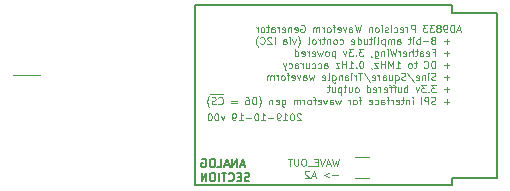
<source format=gbo>
G04 #@! TF.GenerationSoftware,KiCad,Pcbnew,(5.0.0-rc2-dev-444-g2974a2c10)*
G04 #@! TF.CreationDate,2019-10-20T12:44:52-07:00*
G04 #@! TF.ProjectId,Waveform_Gen_ADSR,57617665666F726D5F47656E5F414453,v00*
G04 #@! TF.SameCoordinates,Original*
G04 #@! TF.FileFunction,Legend,Bot*
G04 #@! TF.FilePolarity,Positive*
%FSLAX46Y46*%
G04 Gerber Fmt 4.6, Leading zero omitted, Abs format (unit mm)*
G04 Created by KiCad (PCBNEW (5.0.0-rc2-dev-444-g2974a2c10)) date 10/20/19 12:44:52*
%MOMM*%
%LPD*%
G01*
G04 APERTURE LIST*
%ADD10C,0.200000*%
%ADD11C,0.120000*%
%ADD12C,0.140000*%
%ADD13C,0.100000*%
G04 APERTURE END LIST*
D10*
X119888000Y-114300000D02*
X123190000Y-114300000D01*
X141605000Y-99695000D02*
X141605000Y-99060000D01*
X145415000Y-99695000D02*
X141605000Y-99695000D01*
X141605000Y-113665000D02*
X145415000Y-113665000D01*
X141605000Y-114300000D02*
X141605000Y-113665000D01*
D11*
X132016285Y-112041428D02*
X131873428Y-112641428D01*
X131759142Y-112212857D01*
X131644857Y-112641428D01*
X131502000Y-112041428D01*
X131302000Y-112470000D02*
X131016285Y-112470000D01*
X131359142Y-112641428D02*
X131159142Y-112041428D01*
X130959142Y-112641428D01*
X130844857Y-112041428D02*
X130644857Y-112641428D01*
X130444857Y-112041428D01*
X130244857Y-112327142D02*
X130044857Y-112327142D01*
X129959142Y-112641428D02*
X130244857Y-112641428D01*
X130244857Y-112041428D01*
X129959142Y-112041428D01*
X129844857Y-112698571D02*
X129387714Y-112698571D01*
X129130571Y-112041428D02*
X129016285Y-112041428D01*
X128959142Y-112070000D01*
X128902000Y-112127142D01*
X128873428Y-112241428D01*
X128873428Y-112441428D01*
X128902000Y-112555714D01*
X128959142Y-112612857D01*
X129016285Y-112641428D01*
X129130571Y-112641428D01*
X129187714Y-112612857D01*
X129244857Y-112555714D01*
X129273428Y-112441428D01*
X129273428Y-112241428D01*
X129244857Y-112127142D01*
X129187714Y-112070000D01*
X129130571Y-112041428D01*
X128616285Y-112041428D02*
X128616285Y-112527142D01*
X128587714Y-112584285D01*
X128559142Y-112612857D01*
X128502000Y-112641428D01*
X128387714Y-112641428D01*
X128330571Y-112612857D01*
X128302000Y-112584285D01*
X128273428Y-112527142D01*
X128273428Y-112041428D01*
X128073428Y-112041428D02*
X127730571Y-112041428D01*
X127902000Y-112641428D02*
X127902000Y-112041428D01*
X131959142Y-113432857D02*
X131502000Y-113432857D01*
X131216285Y-113261428D02*
X130759142Y-113432857D01*
X131216285Y-113604285D01*
X130044857Y-113490000D02*
X129759142Y-113490000D01*
X130102000Y-113661428D02*
X129902000Y-113061428D01*
X129702000Y-113661428D01*
X129530571Y-113118571D02*
X129502000Y-113090000D01*
X129444857Y-113061428D01*
X129302000Y-113061428D01*
X129244857Y-113090000D01*
X129216285Y-113118571D01*
X129187714Y-113175714D01*
X129187714Y-113232857D01*
X129216285Y-113318571D01*
X129559142Y-113661428D01*
X129187714Y-113661428D01*
X142337714Y-101150000D02*
X142052000Y-101150000D01*
X142394857Y-101321428D02*
X142194857Y-100721428D01*
X141994857Y-101321428D01*
X141794857Y-101321428D02*
X141794857Y-100721428D01*
X141652000Y-100721428D01*
X141566285Y-100750000D01*
X141509142Y-100807142D01*
X141480571Y-100864285D01*
X141452000Y-100978571D01*
X141452000Y-101064285D01*
X141480571Y-101178571D01*
X141509142Y-101235714D01*
X141566285Y-101292857D01*
X141652000Y-101321428D01*
X141794857Y-101321428D01*
X141166285Y-101321428D02*
X141052000Y-101321428D01*
X140994857Y-101292857D01*
X140966285Y-101264285D01*
X140909142Y-101178571D01*
X140880571Y-101064285D01*
X140880571Y-100835714D01*
X140909142Y-100778571D01*
X140937714Y-100750000D01*
X140994857Y-100721428D01*
X141109142Y-100721428D01*
X141166285Y-100750000D01*
X141194857Y-100778571D01*
X141223428Y-100835714D01*
X141223428Y-100978571D01*
X141194857Y-101035714D01*
X141166285Y-101064285D01*
X141109142Y-101092857D01*
X140994857Y-101092857D01*
X140937714Y-101064285D01*
X140909142Y-101035714D01*
X140880571Y-100978571D01*
X140537714Y-100978571D02*
X140594857Y-100950000D01*
X140623428Y-100921428D01*
X140652000Y-100864285D01*
X140652000Y-100835714D01*
X140623428Y-100778571D01*
X140594857Y-100750000D01*
X140537714Y-100721428D01*
X140423428Y-100721428D01*
X140366285Y-100750000D01*
X140337714Y-100778571D01*
X140309142Y-100835714D01*
X140309142Y-100864285D01*
X140337714Y-100921428D01*
X140366285Y-100950000D01*
X140423428Y-100978571D01*
X140537714Y-100978571D01*
X140594857Y-101007142D01*
X140623428Y-101035714D01*
X140652000Y-101092857D01*
X140652000Y-101207142D01*
X140623428Y-101264285D01*
X140594857Y-101292857D01*
X140537714Y-101321428D01*
X140423428Y-101321428D01*
X140366285Y-101292857D01*
X140337714Y-101264285D01*
X140309142Y-101207142D01*
X140309142Y-101092857D01*
X140337714Y-101035714D01*
X140366285Y-101007142D01*
X140423428Y-100978571D01*
X140109142Y-100721428D02*
X139737714Y-100721428D01*
X139937714Y-100950000D01*
X139852000Y-100950000D01*
X139794857Y-100978571D01*
X139766285Y-101007142D01*
X139737714Y-101064285D01*
X139737714Y-101207142D01*
X139766285Y-101264285D01*
X139794857Y-101292857D01*
X139852000Y-101321428D01*
X140023428Y-101321428D01*
X140080571Y-101292857D01*
X140109142Y-101264285D01*
X139537714Y-100721428D02*
X139166285Y-100721428D01*
X139366285Y-100950000D01*
X139280571Y-100950000D01*
X139223428Y-100978571D01*
X139194857Y-101007142D01*
X139166285Y-101064285D01*
X139166285Y-101207142D01*
X139194857Y-101264285D01*
X139223428Y-101292857D01*
X139280571Y-101321428D01*
X139452000Y-101321428D01*
X139509142Y-101292857D01*
X139537714Y-101264285D01*
X138452000Y-101321428D02*
X138452000Y-100721428D01*
X138223428Y-100721428D01*
X138166285Y-100750000D01*
X138137714Y-100778571D01*
X138109142Y-100835714D01*
X138109142Y-100921428D01*
X138137714Y-100978571D01*
X138166285Y-101007142D01*
X138223428Y-101035714D01*
X138452000Y-101035714D01*
X137852000Y-101321428D02*
X137852000Y-100921428D01*
X137852000Y-101035714D02*
X137823428Y-100978571D01*
X137794857Y-100950000D01*
X137737714Y-100921428D01*
X137680571Y-100921428D01*
X137252000Y-101292857D02*
X137309142Y-101321428D01*
X137423428Y-101321428D01*
X137480571Y-101292857D01*
X137509142Y-101235714D01*
X137509142Y-101007142D01*
X137480571Y-100950000D01*
X137423428Y-100921428D01*
X137309142Y-100921428D01*
X137252000Y-100950000D01*
X137223428Y-101007142D01*
X137223428Y-101064285D01*
X137509142Y-101121428D01*
X136709142Y-101292857D02*
X136766285Y-101321428D01*
X136880571Y-101321428D01*
X136937714Y-101292857D01*
X136966285Y-101264285D01*
X136994857Y-101207142D01*
X136994857Y-101035714D01*
X136966285Y-100978571D01*
X136937714Y-100950000D01*
X136880571Y-100921428D01*
X136766285Y-100921428D01*
X136709142Y-100950000D01*
X136452000Y-101321428D02*
X136452000Y-100921428D01*
X136452000Y-100721428D02*
X136480571Y-100750000D01*
X136452000Y-100778571D01*
X136423428Y-100750000D01*
X136452000Y-100721428D01*
X136452000Y-100778571D01*
X136194857Y-101292857D02*
X136137714Y-101321428D01*
X136023428Y-101321428D01*
X135966285Y-101292857D01*
X135937714Y-101235714D01*
X135937714Y-101207142D01*
X135966285Y-101150000D01*
X136023428Y-101121428D01*
X136109142Y-101121428D01*
X136166285Y-101092857D01*
X136194857Y-101035714D01*
X136194857Y-101007142D01*
X136166285Y-100950000D01*
X136109142Y-100921428D01*
X136023428Y-100921428D01*
X135966285Y-100950000D01*
X135680571Y-101321428D02*
X135680571Y-100921428D01*
X135680571Y-100721428D02*
X135709142Y-100750000D01*
X135680571Y-100778571D01*
X135652000Y-100750000D01*
X135680571Y-100721428D01*
X135680571Y-100778571D01*
X135309142Y-101321428D02*
X135366285Y-101292857D01*
X135394857Y-101264285D01*
X135423428Y-101207142D01*
X135423428Y-101035714D01*
X135394857Y-100978571D01*
X135366285Y-100950000D01*
X135309142Y-100921428D01*
X135223428Y-100921428D01*
X135166285Y-100950000D01*
X135137714Y-100978571D01*
X135109142Y-101035714D01*
X135109142Y-101207142D01*
X135137714Y-101264285D01*
X135166285Y-101292857D01*
X135223428Y-101321428D01*
X135309142Y-101321428D01*
X134852000Y-100921428D02*
X134852000Y-101321428D01*
X134852000Y-100978571D02*
X134823428Y-100950000D01*
X134766285Y-100921428D01*
X134680571Y-100921428D01*
X134623428Y-100950000D01*
X134594857Y-101007142D01*
X134594857Y-101321428D01*
X133909142Y-100721428D02*
X133766285Y-101321428D01*
X133652000Y-100892857D01*
X133537714Y-101321428D01*
X133394857Y-100721428D01*
X132909142Y-101321428D02*
X132909142Y-101007142D01*
X132937714Y-100950000D01*
X132994857Y-100921428D01*
X133109142Y-100921428D01*
X133166285Y-100950000D01*
X132909142Y-101292857D02*
X132966285Y-101321428D01*
X133109142Y-101321428D01*
X133166285Y-101292857D01*
X133194857Y-101235714D01*
X133194857Y-101178571D01*
X133166285Y-101121428D01*
X133109142Y-101092857D01*
X132966285Y-101092857D01*
X132909142Y-101064285D01*
X132680571Y-100921428D02*
X132537714Y-101321428D01*
X132394857Y-100921428D01*
X131937714Y-101292857D02*
X131994857Y-101321428D01*
X132109142Y-101321428D01*
X132166285Y-101292857D01*
X132194857Y-101235714D01*
X132194857Y-101007142D01*
X132166285Y-100950000D01*
X132109142Y-100921428D01*
X131994857Y-100921428D01*
X131937714Y-100950000D01*
X131909142Y-101007142D01*
X131909142Y-101064285D01*
X132194857Y-101121428D01*
X131737714Y-100921428D02*
X131509142Y-100921428D01*
X131652000Y-101321428D02*
X131652000Y-100807142D01*
X131623428Y-100750000D01*
X131566285Y-100721428D01*
X131509142Y-100721428D01*
X131223428Y-101321428D02*
X131280571Y-101292857D01*
X131309142Y-101264285D01*
X131337714Y-101207142D01*
X131337714Y-101035714D01*
X131309142Y-100978571D01*
X131280571Y-100950000D01*
X131223428Y-100921428D01*
X131137714Y-100921428D01*
X131080571Y-100950000D01*
X131052000Y-100978571D01*
X131023428Y-101035714D01*
X131023428Y-101207142D01*
X131052000Y-101264285D01*
X131080571Y-101292857D01*
X131137714Y-101321428D01*
X131223428Y-101321428D01*
X130766285Y-101321428D02*
X130766285Y-100921428D01*
X130766285Y-101035714D02*
X130737714Y-100978571D01*
X130709142Y-100950000D01*
X130652000Y-100921428D01*
X130594857Y-100921428D01*
X130394857Y-101321428D02*
X130394857Y-100921428D01*
X130394857Y-100978571D02*
X130366285Y-100950000D01*
X130309142Y-100921428D01*
X130223428Y-100921428D01*
X130166285Y-100950000D01*
X130137714Y-101007142D01*
X130137714Y-101321428D01*
X130137714Y-101007142D02*
X130109142Y-100950000D01*
X130052000Y-100921428D01*
X129966285Y-100921428D01*
X129909142Y-100950000D01*
X129880571Y-101007142D01*
X129880571Y-101321428D01*
X128823428Y-100750000D02*
X128880571Y-100721428D01*
X128966285Y-100721428D01*
X129052000Y-100750000D01*
X129109142Y-100807142D01*
X129137714Y-100864285D01*
X129166285Y-100978571D01*
X129166285Y-101064285D01*
X129137714Y-101178571D01*
X129109142Y-101235714D01*
X129052000Y-101292857D01*
X128966285Y-101321428D01*
X128909142Y-101321428D01*
X128823428Y-101292857D01*
X128794857Y-101264285D01*
X128794857Y-101064285D01*
X128909142Y-101064285D01*
X128309142Y-101292857D02*
X128366285Y-101321428D01*
X128480571Y-101321428D01*
X128537714Y-101292857D01*
X128566285Y-101235714D01*
X128566285Y-101007142D01*
X128537714Y-100950000D01*
X128480571Y-100921428D01*
X128366285Y-100921428D01*
X128309142Y-100950000D01*
X128280571Y-101007142D01*
X128280571Y-101064285D01*
X128566285Y-101121428D01*
X128023428Y-100921428D02*
X128023428Y-101321428D01*
X128023428Y-100978571D02*
X127994857Y-100950000D01*
X127937714Y-100921428D01*
X127852000Y-100921428D01*
X127794857Y-100950000D01*
X127766285Y-101007142D01*
X127766285Y-101321428D01*
X127252000Y-101292857D02*
X127309142Y-101321428D01*
X127423428Y-101321428D01*
X127480571Y-101292857D01*
X127509142Y-101235714D01*
X127509142Y-101007142D01*
X127480571Y-100950000D01*
X127423428Y-100921428D01*
X127309142Y-100921428D01*
X127252000Y-100950000D01*
X127223428Y-101007142D01*
X127223428Y-101064285D01*
X127509142Y-101121428D01*
X126966285Y-101321428D02*
X126966285Y-100921428D01*
X126966285Y-101035714D02*
X126937714Y-100978571D01*
X126909142Y-100950000D01*
X126852000Y-100921428D01*
X126794857Y-100921428D01*
X126337714Y-101321428D02*
X126337714Y-101007142D01*
X126366285Y-100950000D01*
X126423428Y-100921428D01*
X126537714Y-100921428D01*
X126594857Y-100950000D01*
X126337714Y-101292857D02*
X126394857Y-101321428D01*
X126537714Y-101321428D01*
X126594857Y-101292857D01*
X126623428Y-101235714D01*
X126623428Y-101178571D01*
X126594857Y-101121428D01*
X126537714Y-101092857D01*
X126394857Y-101092857D01*
X126337714Y-101064285D01*
X126137714Y-100921428D02*
X125909142Y-100921428D01*
X126052000Y-100721428D02*
X126052000Y-101235714D01*
X126023428Y-101292857D01*
X125966285Y-101321428D01*
X125909142Y-101321428D01*
X125623428Y-101321428D02*
X125680571Y-101292857D01*
X125709142Y-101264285D01*
X125737714Y-101207142D01*
X125737714Y-101035714D01*
X125709142Y-100978571D01*
X125680571Y-100950000D01*
X125623428Y-100921428D01*
X125537714Y-100921428D01*
X125480571Y-100950000D01*
X125452000Y-100978571D01*
X125423428Y-101035714D01*
X125423428Y-101207142D01*
X125452000Y-101264285D01*
X125480571Y-101292857D01*
X125537714Y-101321428D01*
X125623428Y-101321428D01*
X125166285Y-101321428D02*
X125166285Y-100921428D01*
X125166285Y-101035714D02*
X125137714Y-100978571D01*
X125109142Y-100950000D01*
X125052000Y-100921428D01*
X124994857Y-100921428D01*
X141394857Y-102112857D02*
X140937714Y-102112857D01*
X141166285Y-102341428D02*
X141166285Y-101884285D01*
X140109142Y-101998571D02*
X140166285Y-101970000D01*
X140194857Y-101941428D01*
X140223428Y-101884285D01*
X140223428Y-101855714D01*
X140194857Y-101798571D01*
X140166285Y-101770000D01*
X140109142Y-101741428D01*
X139994857Y-101741428D01*
X139937714Y-101770000D01*
X139909142Y-101798571D01*
X139880571Y-101855714D01*
X139880571Y-101884285D01*
X139909142Y-101941428D01*
X139937714Y-101970000D01*
X139994857Y-101998571D01*
X140109142Y-101998571D01*
X140166285Y-102027142D01*
X140194857Y-102055714D01*
X140223428Y-102112857D01*
X140223428Y-102227142D01*
X140194857Y-102284285D01*
X140166285Y-102312857D01*
X140109142Y-102341428D01*
X139994857Y-102341428D01*
X139937714Y-102312857D01*
X139909142Y-102284285D01*
X139880571Y-102227142D01*
X139880571Y-102112857D01*
X139909142Y-102055714D01*
X139937714Y-102027142D01*
X139994857Y-101998571D01*
X139623428Y-102112857D02*
X139166285Y-102112857D01*
X138880571Y-102341428D02*
X138880571Y-101741428D01*
X138880571Y-101970000D02*
X138823428Y-101941428D01*
X138709142Y-101941428D01*
X138652000Y-101970000D01*
X138623428Y-101998571D01*
X138594857Y-102055714D01*
X138594857Y-102227142D01*
X138623428Y-102284285D01*
X138652000Y-102312857D01*
X138709142Y-102341428D01*
X138823428Y-102341428D01*
X138880571Y-102312857D01*
X138337714Y-102341428D02*
X138337714Y-101941428D01*
X138337714Y-101741428D02*
X138366285Y-101770000D01*
X138337714Y-101798571D01*
X138309142Y-101770000D01*
X138337714Y-101741428D01*
X138337714Y-101798571D01*
X138137714Y-101941428D02*
X137909142Y-101941428D01*
X138052000Y-101741428D02*
X138052000Y-102255714D01*
X138023428Y-102312857D01*
X137966285Y-102341428D01*
X137909142Y-102341428D01*
X136994857Y-102341428D02*
X136994857Y-102027142D01*
X137023428Y-101970000D01*
X137080571Y-101941428D01*
X137194857Y-101941428D01*
X137252000Y-101970000D01*
X136994857Y-102312857D02*
X137052000Y-102341428D01*
X137194857Y-102341428D01*
X137252000Y-102312857D01*
X137280571Y-102255714D01*
X137280571Y-102198571D01*
X137252000Y-102141428D01*
X137194857Y-102112857D01*
X137052000Y-102112857D01*
X136994857Y-102084285D01*
X136709142Y-102341428D02*
X136709142Y-101941428D01*
X136709142Y-101998571D02*
X136680571Y-101970000D01*
X136623428Y-101941428D01*
X136537714Y-101941428D01*
X136480571Y-101970000D01*
X136452000Y-102027142D01*
X136452000Y-102341428D01*
X136452000Y-102027142D02*
X136423428Y-101970000D01*
X136366285Y-101941428D01*
X136280571Y-101941428D01*
X136223428Y-101970000D01*
X136194857Y-102027142D01*
X136194857Y-102341428D01*
X135909142Y-101941428D02*
X135909142Y-102541428D01*
X135909142Y-101970000D02*
X135852000Y-101941428D01*
X135737714Y-101941428D01*
X135680571Y-101970000D01*
X135652000Y-101998571D01*
X135623428Y-102055714D01*
X135623428Y-102227142D01*
X135652000Y-102284285D01*
X135680571Y-102312857D01*
X135737714Y-102341428D01*
X135852000Y-102341428D01*
X135909142Y-102312857D01*
X135280571Y-102341428D02*
X135337714Y-102312857D01*
X135366285Y-102255714D01*
X135366285Y-101741428D01*
X135052000Y-102341428D02*
X135052000Y-101941428D01*
X135052000Y-101741428D02*
X135080571Y-101770000D01*
X135052000Y-101798571D01*
X135023428Y-101770000D01*
X135052000Y-101741428D01*
X135052000Y-101798571D01*
X134852000Y-101941428D02*
X134623428Y-101941428D01*
X134766285Y-101741428D02*
X134766285Y-102255714D01*
X134737714Y-102312857D01*
X134680571Y-102341428D01*
X134623428Y-102341428D01*
X134166285Y-101941428D02*
X134166285Y-102341428D01*
X134423428Y-101941428D02*
X134423428Y-102255714D01*
X134394857Y-102312857D01*
X134337714Y-102341428D01*
X134252000Y-102341428D01*
X134194857Y-102312857D01*
X134166285Y-102284285D01*
X133623428Y-102341428D02*
X133623428Y-101741428D01*
X133623428Y-102312857D02*
X133680571Y-102341428D01*
X133794857Y-102341428D01*
X133852000Y-102312857D01*
X133880571Y-102284285D01*
X133909142Y-102227142D01*
X133909142Y-102055714D01*
X133880571Y-101998571D01*
X133852000Y-101970000D01*
X133794857Y-101941428D01*
X133680571Y-101941428D01*
X133623428Y-101970000D01*
X133109142Y-102312857D02*
X133166285Y-102341428D01*
X133280571Y-102341428D01*
X133337714Y-102312857D01*
X133366285Y-102255714D01*
X133366285Y-102027142D01*
X133337714Y-101970000D01*
X133280571Y-101941428D01*
X133166285Y-101941428D01*
X133109142Y-101970000D01*
X133080571Y-102027142D01*
X133080571Y-102084285D01*
X133366285Y-102141428D01*
X132109142Y-102312857D02*
X132166285Y-102341428D01*
X132280571Y-102341428D01*
X132337714Y-102312857D01*
X132366285Y-102284285D01*
X132394857Y-102227142D01*
X132394857Y-102055714D01*
X132366285Y-101998571D01*
X132337714Y-101970000D01*
X132280571Y-101941428D01*
X132166285Y-101941428D01*
X132109142Y-101970000D01*
X131766285Y-102341428D02*
X131823428Y-102312857D01*
X131852000Y-102284285D01*
X131880571Y-102227142D01*
X131880571Y-102055714D01*
X131852000Y-101998571D01*
X131823428Y-101970000D01*
X131766285Y-101941428D01*
X131680571Y-101941428D01*
X131623428Y-101970000D01*
X131594857Y-101998571D01*
X131566285Y-102055714D01*
X131566285Y-102227142D01*
X131594857Y-102284285D01*
X131623428Y-102312857D01*
X131680571Y-102341428D01*
X131766285Y-102341428D01*
X131309142Y-101941428D02*
X131309142Y-102341428D01*
X131309142Y-101998571D02*
X131280571Y-101970000D01*
X131223428Y-101941428D01*
X131137714Y-101941428D01*
X131080571Y-101970000D01*
X131052000Y-102027142D01*
X131052000Y-102341428D01*
X130852000Y-101941428D02*
X130623428Y-101941428D01*
X130766285Y-101741428D02*
X130766285Y-102255714D01*
X130737714Y-102312857D01*
X130680571Y-102341428D01*
X130623428Y-102341428D01*
X130423428Y-102341428D02*
X130423428Y-101941428D01*
X130423428Y-102055714D02*
X130394857Y-101998571D01*
X130366285Y-101970000D01*
X130309142Y-101941428D01*
X130252000Y-101941428D01*
X129966285Y-102341428D02*
X130023428Y-102312857D01*
X130052000Y-102284285D01*
X130080571Y-102227142D01*
X130080571Y-102055714D01*
X130052000Y-101998571D01*
X130023428Y-101970000D01*
X129966285Y-101941428D01*
X129880571Y-101941428D01*
X129823428Y-101970000D01*
X129794857Y-101998571D01*
X129766285Y-102055714D01*
X129766285Y-102227142D01*
X129794857Y-102284285D01*
X129823428Y-102312857D01*
X129880571Y-102341428D01*
X129966285Y-102341428D01*
X129423428Y-102341428D02*
X129480571Y-102312857D01*
X129509142Y-102255714D01*
X129509142Y-101741428D01*
X128566285Y-102570000D02*
X128594857Y-102541428D01*
X128652000Y-102455714D01*
X128680571Y-102398571D01*
X128709142Y-102312857D01*
X128737714Y-102170000D01*
X128737714Y-102055714D01*
X128709142Y-101912857D01*
X128680571Y-101827142D01*
X128652000Y-101770000D01*
X128594857Y-101684285D01*
X128566285Y-101655714D01*
X128394857Y-101941428D02*
X128252000Y-102341428D01*
X128109142Y-101941428D01*
X127880571Y-102341428D02*
X127880571Y-101941428D01*
X127880571Y-101741428D02*
X127909142Y-101770000D01*
X127880571Y-101798571D01*
X127852000Y-101770000D01*
X127880571Y-101741428D01*
X127880571Y-101798571D01*
X127337714Y-102341428D02*
X127337714Y-102027142D01*
X127366285Y-101970000D01*
X127423428Y-101941428D01*
X127537714Y-101941428D01*
X127594857Y-101970000D01*
X127337714Y-102312857D02*
X127394857Y-102341428D01*
X127537714Y-102341428D01*
X127594857Y-102312857D01*
X127623428Y-102255714D01*
X127623428Y-102198571D01*
X127594857Y-102141428D01*
X127537714Y-102112857D01*
X127394857Y-102112857D01*
X127337714Y-102084285D01*
X126594857Y-102341428D02*
X126594857Y-101741428D01*
X126337714Y-101798571D02*
X126309142Y-101770000D01*
X126252000Y-101741428D01*
X126109142Y-101741428D01*
X126052000Y-101770000D01*
X126023428Y-101798571D01*
X125994857Y-101855714D01*
X125994857Y-101912857D01*
X126023428Y-101998571D01*
X126366285Y-102341428D01*
X125994857Y-102341428D01*
X125394857Y-102284285D02*
X125423428Y-102312857D01*
X125509142Y-102341428D01*
X125566285Y-102341428D01*
X125652000Y-102312857D01*
X125709142Y-102255714D01*
X125737714Y-102198571D01*
X125766285Y-102084285D01*
X125766285Y-101998571D01*
X125737714Y-101884285D01*
X125709142Y-101827142D01*
X125652000Y-101770000D01*
X125566285Y-101741428D01*
X125509142Y-101741428D01*
X125423428Y-101770000D01*
X125394857Y-101798571D01*
X125194857Y-102570000D02*
X125166285Y-102541428D01*
X125109142Y-102455714D01*
X125080571Y-102398571D01*
X125052000Y-102312857D01*
X125023428Y-102170000D01*
X125023428Y-102055714D01*
X125052000Y-101912857D01*
X125080571Y-101827142D01*
X125109142Y-101770000D01*
X125166285Y-101684285D01*
X125194857Y-101655714D01*
X141394857Y-103132857D02*
X140937714Y-103132857D01*
X141166285Y-103361428D02*
X141166285Y-102904285D01*
X139994857Y-103047142D02*
X140194857Y-103047142D01*
X140194857Y-103361428D02*
X140194857Y-102761428D01*
X139909142Y-102761428D01*
X139452000Y-103332857D02*
X139509142Y-103361428D01*
X139623428Y-103361428D01*
X139680571Y-103332857D01*
X139709142Y-103275714D01*
X139709142Y-103047142D01*
X139680571Y-102990000D01*
X139623428Y-102961428D01*
X139509142Y-102961428D01*
X139452000Y-102990000D01*
X139423428Y-103047142D01*
X139423428Y-103104285D01*
X139709142Y-103161428D01*
X138909142Y-103361428D02*
X138909142Y-103047142D01*
X138937714Y-102990000D01*
X138994857Y-102961428D01*
X139109142Y-102961428D01*
X139166285Y-102990000D01*
X138909142Y-103332857D02*
X138966285Y-103361428D01*
X139109142Y-103361428D01*
X139166285Y-103332857D01*
X139194857Y-103275714D01*
X139194857Y-103218571D01*
X139166285Y-103161428D01*
X139109142Y-103132857D01*
X138966285Y-103132857D01*
X138909142Y-103104285D01*
X138709142Y-102961428D02*
X138480571Y-102961428D01*
X138623428Y-102761428D02*
X138623428Y-103275714D01*
X138594857Y-103332857D01*
X138537714Y-103361428D01*
X138480571Y-103361428D01*
X138280571Y-103361428D02*
X138280571Y-102761428D01*
X138023428Y-103361428D02*
X138023428Y-103047142D01*
X138052000Y-102990000D01*
X138109142Y-102961428D01*
X138194857Y-102961428D01*
X138252000Y-102990000D01*
X138280571Y-103018571D01*
X137509142Y-103332857D02*
X137566285Y-103361428D01*
X137680571Y-103361428D01*
X137737714Y-103332857D01*
X137766285Y-103275714D01*
X137766285Y-103047142D01*
X137737714Y-102990000D01*
X137680571Y-102961428D01*
X137566285Y-102961428D01*
X137509142Y-102990000D01*
X137480571Y-103047142D01*
X137480571Y-103104285D01*
X137766285Y-103161428D01*
X137223428Y-103361428D02*
X137223428Y-102961428D01*
X137223428Y-103075714D02*
X137194857Y-103018571D01*
X137166285Y-102990000D01*
X137109142Y-102961428D01*
X137052000Y-102961428D01*
X136909142Y-102761428D02*
X136766285Y-103361428D01*
X136652000Y-102932857D01*
X136537714Y-103361428D01*
X136394857Y-102761428D01*
X136166285Y-103361428D02*
X136166285Y-102961428D01*
X136166285Y-102761428D02*
X136194857Y-102790000D01*
X136166285Y-102818571D01*
X136137714Y-102790000D01*
X136166285Y-102761428D01*
X136166285Y-102818571D01*
X135880571Y-102961428D02*
X135880571Y-103361428D01*
X135880571Y-103018571D02*
X135852000Y-102990000D01*
X135794857Y-102961428D01*
X135709142Y-102961428D01*
X135652000Y-102990000D01*
X135623428Y-103047142D01*
X135623428Y-103361428D01*
X135080571Y-102961428D02*
X135080571Y-103447142D01*
X135109142Y-103504285D01*
X135137714Y-103532857D01*
X135194857Y-103561428D01*
X135280571Y-103561428D01*
X135337714Y-103532857D01*
X135080571Y-103332857D02*
X135137714Y-103361428D01*
X135252000Y-103361428D01*
X135309142Y-103332857D01*
X135337714Y-103304285D01*
X135366285Y-103247142D01*
X135366285Y-103075714D01*
X135337714Y-103018571D01*
X135309142Y-102990000D01*
X135252000Y-102961428D01*
X135137714Y-102961428D01*
X135080571Y-102990000D01*
X134766285Y-103332857D02*
X134766285Y-103361428D01*
X134794857Y-103418571D01*
X134823428Y-103447142D01*
X134109142Y-102761428D02*
X133737714Y-102761428D01*
X133937714Y-102990000D01*
X133852000Y-102990000D01*
X133794857Y-103018571D01*
X133766285Y-103047142D01*
X133737714Y-103104285D01*
X133737714Y-103247142D01*
X133766285Y-103304285D01*
X133794857Y-103332857D01*
X133852000Y-103361428D01*
X134023428Y-103361428D01*
X134080571Y-103332857D01*
X134109142Y-103304285D01*
X133480571Y-103304285D02*
X133452000Y-103332857D01*
X133480571Y-103361428D01*
X133509142Y-103332857D01*
X133480571Y-103304285D01*
X133480571Y-103361428D01*
X133252000Y-102761428D02*
X132880571Y-102761428D01*
X133080571Y-102990000D01*
X132994857Y-102990000D01*
X132937714Y-103018571D01*
X132909142Y-103047142D01*
X132880571Y-103104285D01*
X132880571Y-103247142D01*
X132909142Y-103304285D01*
X132937714Y-103332857D01*
X132994857Y-103361428D01*
X133166285Y-103361428D01*
X133223428Y-103332857D01*
X133252000Y-103304285D01*
X132680571Y-102961428D02*
X132537714Y-103361428D01*
X132394857Y-102961428D01*
X131709142Y-102961428D02*
X131709142Y-103561428D01*
X131709142Y-102990000D02*
X131652000Y-102961428D01*
X131537714Y-102961428D01*
X131480571Y-102990000D01*
X131452000Y-103018571D01*
X131423428Y-103075714D01*
X131423428Y-103247142D01*
X131452000Y-103304285D01*
X131480571Y-103332857D01*
X131537714Y-103361428D01*
X131652000Y-103361428D01*
X131709142Y-103332857D01*
X131080571Y-103361428D02*
X131137714Y-103332857D01*
X131166285Y-103304285D01*
X131194857Y-103247142D01*
X131194857Y-103075714D01*
X131166285Y-103018571D01*
X131137714Y-102990000D01*
X131080571Y-102961428D01*
X130994857Y-102961428D01*
X130937714Y-102990000D01*
X130909142Y-103018571D01*
X130880571Y-103075714D01*
X130880571Y-103247142D01*
X130909142Y-103304285D01*
X130937714Y-103332857D01*
X130994857Y-103361428D01*
X131080571Y-103361428D01*
X130680571Y-102961428D02*
X130566285Y-103361428D01*
X130452000Y-103075714D01*
X130337714Y-103361428D01*
X130223428Y-102961428D01*
X129766285Y-103332857D02*
X129823428Y-103361428D01*
X129937714Y-103361428D01*
X129994857Y-103332857D01*
X130023428Y-103275714D01*
X130023428Y-103047142D01*
X129994857Y-102990000D01*
X129937714Y-102961428D01*
X129823428Y-102961428D01*
X129766285Y-102990000D01*
X129737714Y-103047142D01*
X129737714Y-103104285D01*
X130023428Y-103161428D01*
X129480571Y-103361428D02*
X129480571Y-102961428D01*
X129480571Y-103075714D02*
X129452000Y-103018571D01*
X129423428Y-102990000D01*
X129366285Y-102961428D01*
X129309142Y-102961428D01*
X128880571Y-103332857D02*
X128937714Y-103361428D01*
X129052000Y-103361428D01*
X129109142Y-103332857D01*
X129137714Y-103275714D01*
X129137714Y-103047142D01*
X129109142Y-102990000D01*
X129052000Y-102961428D01*
X128937714Y-102961428D01*
X128880571Y-102990000D01*
X128852000Y-103047142D01*
X128852000Y-103104285D01*
X129137714Y-103161428D01*
X128337714Y-103361428D02*
X128337714Y-102761428D01*
X128337714Y-103332857D02*
X128394857Y-103361428D01*
X128509142Y-103361428D01*
X128566285Y-103332857D01*
X128594857Y-103304285D01*
X128623428Y-103247142D01*
X128623428Y-103075714D01*
X128594857Y-103018571D01*
X128566285Y-102990000D01*
X128509142Y-102961428D01*
X128394857Y-102961428D01*
X128337714Y-102990000D01*
X141394857Y-104152857D02*
X140937714Y-104152857D01*
X141166285Y-104381428D02*
X141166285Y-103924285D01*
X140194857Y-104381428D02*
X140194857Y-103781428D01*
X140052000Y-103781428D01*
X139966285Y-103810000D01*
X139909142Y-103867142D01*
X139880571Y-103924285D01*
X139852000Y-104038571D01*
X139852000Y-104124285D01*
X139880571Y-104238571D01*
X139909142Y-104295714D01*
X139966285Y-104352857D01*
X140052000Y-104381428D01*
X140194857Y-104381428D01*
X139252000Y-104324285D02*
X139280571Y-104352857D01*
X139366285Y-104381428D01*
X139423428Y-104381428D01*
X139509142Y-104352857D01*
X139566285Y-104295714D01*
X139594857Y-104238571D01*
X139623428Y-104124285D01*
X139623428Y-104038571D01*
X139594857Y-103924285D01*
X139566285Y-103867142D01*
X139509142Y-103810000D01*
X139423428Y-103781428D01*
X139366285Y-103781428D01*
X139280571Y-103810000D01*
X139252000Y-103838571D01*
X138623428Y-103981428D02*
X138394857Y-103981428D01*
X138537714Y-103781428D02*
X138537714Y-104295714D01*
X138509142Y-104352857D01*
X138452000Y-104381428D01*
X138394857Y-104381428D01*
X138109142Y-104381428D02*
X138166285Y-104352857D01*
X138194857Y-104324285D01*
X138223428Y-104267142D01*
X138223428Y-104095714D01*
X138194857Y-104038571D01*
X138166285Y-104010000D01*
X138109142Y-103981428D01*
X138023428Y-103981428D01*
X137966285Y-104010000D01*
X137937714Y-104038571D01*
X137909142Y-104095714D01*
X137909142Y-104267142D01*
X137937714Y-104324285D01*
X137966285Y-104352857D01*
X138023428Y-104381428D01*
X138109142Y-104381428D01*
X136880571Y-104381428D02*
X137223428Y-104381428D01*
X137052000Y-104381428D02*
X137052000Y-103781428D01*
X137109142Y-103867142D01*
X137166285Y-103924285D01*
X137223428Y-103952857D01*
X136623428Y-104381428D02*
X136623428Y-103781428D01*
X136423428Y-104210000D01*
X136223428Y-103781428D01*
X136223428Y-104381428D01*
X135937714Y-104381428D02*
X135937714Y-103781428D01*
X135937714Y-104067142D02*
X135594857Y-104067142D01*
X135594857Y-104381428D02*
X135594857Y-103781428D01*
X135366285Y-103981428D02*
X135052000Y-103981428D01*
X135366285Y-104381428D01*
X135052000Y-104381428D01*
X134794857Y-104352857D02*
X134794857Y-104381428D01*
X134823428Y-104438571D01*
X134852000Y-104467142D01*
X133966285Y-103781428D02*
X133909142Y-103781428D01*
X133852000Y-103810000D01*
X133823428Y-103838571D01*
X133794857Y-103895714D01*
X133766285Y-104010000D01*
X133766285Y-104152857D01*
X133794857Y-104267142D01*
X133823428Y-104324285D01*
X133852000Y-104352857D01*
X133909142Y-104381428D01*
X133966285Y-104381428D01*
X134023428Y-104352857D01*
X134052000Y-104324285D01*
X134080571Y-104267142D01*
X134109142Y-104152857D01*
X134109142Y-104010000D01*
X134080571Y-103895714D01*
X134052000Y-103838571D01*
X134023428Y-103810000D01*
X133966285Y-103781428D01*
X133509142Y-104324285D02*
X133480571Y-104352857D01*
X133509142Y-104381428D01*
X133537714Y-104352857D01*
X133509142Y-104324285D01*
X133509142Y-104381428D01*
X132909142Y-104381428D02*
X133252000Y-104381428D01*
X133080571Y-104381428D02*
X133080571Y-103781428D01*
X133137714Y-103867142D01*
X133194857Y-103924285D01*
X133252000Y-103952857D01*
X132652000Y-104381428D02*
X132652000Y-103781428D01*
X132652000Y-104067142D02*
X132309142Y-104067142D01*
X132309142Y-104381428D02*
X132309142Y-103781428D01*
X132080571Y-103981428D02*
X131766285Y-103981428D01*
X132080571Y-104381428D01*
X131766285Y-104381428D01*
X130823428Y-104381428D02*
X130823428Y-104067142D01*
X130852000Y-104010000D01*
X130909142Y-103981428D01*
X131023428Y-103981428D01*
X131080571Y-104010000D01*
X130823428Y-104352857D02*
X130880571Y-104381428D01*
X131023428Y-104381428D01*
X131080571Y-104352857D01*
X131109142Y-104295714D01*
X131109142Y-104238571D01*
X131080571Y-104181428D01*
X131023428Y-104152857D01*
X130880571Y-104152857D01*
X130823428Y-104124285D01*
X130280571Y-104352857D02*
X130337714Y-104381428D01*
X130452000Y-104381428D01*
X130509142Y-104352857D01*
X130537714Y-104324285D01*
X130566285Y-104267142D01*
X130566285Y-104095714D01*
X130537714Y-104038571D01*
X130509142Y-104010000D01*
X130452000Y-103981428D01*
X130337714Y-103981428D01*
X130280571Y-104010000D01*
X129766285Y-104352857D02*
X129823428Y-104381428D01*
X129937714Y-104381428D01*
X129994857Y-104352857D01*
X130023428Y-104324285D01*
X130052000Y-104267142D01*
X130052000Y-104095714D01*
X130023428Y-104038571D01*
X129994857Y-104010000D01*
X129937714Y-103981428D01*
X129823428Y-103981428D01*
X129766285Y-104010000D01*
X129252000Y-103981428D02*
X129252000Y-104381428D01*
X129509142Y-103981428D02*
X129509142Y-104295714D01*
X129480571Y-104352857D01*
X129423428Y-104381428D01*
X129337714Y-104381428D01*
X129280571Y-104352857D01*
X129252000Y-104324285D01*
X128966285Y-104381428D02*
X128966285Y-103981428D01*
X128966285Y-104095714D02*
X128937714Y-104038571D01*
X128909142Y-104010000D01*
X128852000Y-103981428D01*
X128794857Y-103981428D01*
X128337714Y-104381428D02*
X128337714Y-104067142D01*
X128366285Y-104010000D01*
X128423428Y-103981428D01*
X128537714Y-103981428D01*
X128594857Y-104010000D01*
X128337714Y-104352857D02*
X128394857Y-104381428D01*
X128537714Y-104381428D01*
X128594857Y-104352857D01*
X128623428Y-104295714D01*
X128623428Y-104238571D01*
X128594857Y-104181428D01*
X128537714Y-104152857D01*
X128394857Y-104152857D01*
X128337714Y-104124285D01*
X127794857Y-104352857D02*
X127852000Y-104381428D01*
X127966285Y-104381428D01*
X128023428Y-104352857D01*
X128052000Y-104324285D01*
X128080571Y-104267142D01*
X128080571Y-104095714D01*
X128052000Y-104038571D01*
X128023428Y-104010000D01*
X127966285Y-103981428D01*
X127852000Y-103981428D01*
X127794857Y-104010000D01*
X127594857Y-103981428D02*
X127452000Y-104381428D01*
X127309142Y-103981428D02*
X127452000Y-104381428D01*
X127509142Y-104524285D01*
X127537714Y-104552857D01*
X127594857Y-104581428D01*
X141394857Y-105172857D02*
X140937714Y-105172857D01*
X141166285Y-105401428D02*
X141166285Y-104944285D01*
X140223428Y-105372857D02*
X140137714Y-105401428D01*
X139994857Y-105401428D01*
X139937714Y-105372857D01*
X139909142Y-105344285D01*
X139880571Y-105287142D01*
X139880571Y-105230000D01*
X139909142Y-105172857D01*
X139937714Y-105144285D01*
X139994857Y-105115714D01*
X140109142Y-105087142D01*
X140166285Y-105058571D01*
X140194857Y-105030000D01*
X140223428Y-104972857D01*
X140223428Y-104915714D01*
X140194857Y-104858571D01*
X140166285Y-104830000D01*
X140109142Y-104801428D01*
X139966285Y-104801428D01*
X139880571Y-104830000D01*
X139623428Y-105401428D02*
X139623428Y-105001428D01*
X139623428Y-104801428D02*
X139652000Y-104830000D01*
X139623428Y-104858571D01*
X139594857Y-104830000D01*
X139623428Y-104801428D01*
X139623428Y-104858571D01*
X139337714Y-105001428D02*
X139337714Y-105401428D01*
X139337714Y-105058571D02*
X139309142Y-105030000D01*
X139252000Y-105001428D01*
X139166285Y-105001428D01*
X139109142Y-105030000D01*
X139080571Y-105087142D01*
X139080571Y-105401428D01*
X138566285Y-105372857D02*
X138623428Y-105401428D01*
X138737714Y-105401428D01*
X138794857Y-105372857D01*
X138823428Y-105315714D01*
X138823428Y-105087142D01*
X138794857Y-105030000D01*
X138737714Y-105001428D01*
X138623428Y-105001428D01*
X138566285Y-105030000D01*
X138537714Y-105087142D01*
X138537714Y-105144285D01*
X138823428Y-105201428D01*
X137852000Y-104772857D02*
X138366285Y-105544285D01*
X137680571Y-105372857D02*
X137594857Y-105401428D01*
X137452000Y-105401428D01*
X137394857Y-105372857D01*
X137366285Y-105344285D01*
X137337714Y-105287142D01*
X137337714Y-105230000D01*
X137366285Y-105172857D01*
X137394857Y-105144285D01*
X137452000Y-105115714D01*
X137566285Y-105087142D01*
X137623428Y-105058571D01*
X137652000Y-105030000D01*
X137680571Y-104972857D01*
X137680571Y-104915714D01*
X137652000Y-104858571D01*
X137623428Y-104830000D01*
X137566285Y-104801428D01*
X137423428Y-104801428D01*
X137337714Y-104830000D01*
X136823428Y-105001428D02*
X136823428Y-105601428D01*
X136823428Y-105372857D02*
X136880571Y-105401428D01*
X136994857Y-105401428D01*
X137052000Y-105372857D01*
X137080571Y-105344285D01*
X137109142Y-105287142D01*
X137109142Y-105115714D01*
X137080571Y-105058571D01*
X137052000Y-105030000D01*
X136994857Y-105001428D01*
X136880571Y-105001428D01*
X136823428Y-105030000D01*
X136280571Y-105001428D02*
X136280571Y-105401428D01*
X136537714Y-105001428D02*
X136537714Y-105315714D01*
X136509142Y-105372857D01*
X136452000Y-105401428D01*
X136366285Y-105401428D01*
X136309142Y-105372857D01*
X136280571Y-105344285D01*
X135737714Y-105401428D02*
X135737714Y-105087142D01*
X135766285Y-105030000D01*
X135823428Y-105001428D01*
X135937714Y-105001428D01*
X135994857Y-105030000D01*
X135737714Y-105372857D02*
X135794857Y-105401428D01*
X135937714Y-105401428D01*
X135994857Y-105372857D01*
X136023428Y-105315714D01*
X136023428Y-105258571D01*
X135994857Y-105201428D01*
X135937714Y-105172857D01*
X135794857Y-105172857D01*
X135737714Y-105144285D01*
X135452000Y-105401428D02*
X135452000Y-105001428D01*
X135452000Y-105115714D02*
X135423428Y-105058571D01*
X135394857Y-105030000D01*
X135337714Y-105001428D01*
X135280571Y-105001428D01*
X134852000Y-105372857D02*
X134909142Y-105401428D01*
X135023428Y-105401428D01*
X135080571Y-105372857D01*
X135109142Y-105315714D01*
X135109142Y-105087142D01*
X135080571Y-105030000D01*
X135023428Y-105001428D01*
X134909142Y-105001428D01*
X134852000Y-105030000D01*
X134823428Y-105087142D01*
X134823428Y-105144285D01*
X135109142Y-105201428D01*
X134137714Y-104772857D02*
X134652000Y-105544285D01*
X134023428Y-104801428D02*
X133680571Y-104801428D01*
X133852000Y-105401428D02*
X133852000Y-104801428D01*
X133480571Y-105401428D02*
X133480571Y-105001428D01*
X133480571Y-105115714D02*
X133452000Y-105058571D01*
X133423428Y-105030000D01*
X133366285Y-105001428D01*
X133309142Y-105001428D01*
X133109142Y-105401428D02*
X133109142Y-105001428D01*
X133109142Y-104801428D02*
X133137714Y-104830000D01*
X133109142Y-104858571D01*
X133080571Y-104830000D01*
X133109142Y-104801428D01*
X133109142Y-104858571D01*
X132566285Y-105401428D02*
X132566285Y-105087142D01*
X132594857Y-105030000D01*
X132652000Y-105001428D01*
X132766285Y-105001428D01*
X132823428Y-105030000D01*
X132566285Y-105372857D02*
X132623428Y-105401428D01*
X132766285Y-105401428D01*
X132823428Y-105372857D01*
X132852000Y-105315714D01*
X132852000Y-105258571D01*
X132823428Y-105201428D01*
X132766285Y-105172857D01*
X132623428Y-105172857D01*
X132566285Y-105144285D01*
X132280571Y-105001428D02*
X132280571Y-105401428D01*
X132280571Y-105058571D02*
X132252000Y-105030000D01*
X132194857Y-105001428D01*
X132109142Y-105001428D01*
X132052000Y-105030000D01*
X132023428Y-105087142D01*
X132023428Y-105401428D01*
X131480571Y-105001428D02*
X131480571Y-105487142D01*
X131509142Y-105544285D01*
X131537714Y-105572857D01*
X131594857Y-105601428D01*
X131680571Y-105601428D01*
X131737714Y-105572857D01*
X131480571Y-105372857D02*
X131537714Y-105401428D01*
X131652000Y-105401428D01*
X131709142Y-105372857D01*
X131737714Y-105344285D01*
X131766285Y-105287142D01*
X131766285Y-105115714D01*
X131737714Y-105058571D01*
X131709142Y-105030000D01*
X131652000Y-105001428D01*
X131537714Y-105001428D01*
X131480571Y-105030000D01*
X131109142Y-105401428D02*
X131166285Y-105372857D01*
X131194857Y-105315714D01*
X131194857Y-104801428D01*
X130652000Y-105372857D02*
X130709142Y-105401428D01*
X130823428Y-105401428D01*
X130880571Y-105372857D01*
X130909142Y-105315714D01*
X130909142Y-105087142D01*
X130880571Y-105030000D01*
X130823428Y-105001428D01*
X130709142Y-105001428D01*
X130652000Y-105030000D01*
X130623428Y-105087142D01*
X130623428Y-105144285D01*
X130909142Y-105201428D01*
X129966285Y-105001428D02*
X129852000Y-105401428D01*
X129737714Y-105115714D01*
X129623428Y-105401428D01*
X129509142Y-105001428D01*
X129023428Y-105401428D02*
X129023428Y-105087142D01*
X129052000Y-105030000D01*
X129109142Y-105001428D01*
X129223428Y-105001428D01*
X129280571Y-105030000D01*
X129023428Y-105372857D02*
X129080571Y-105401428D01*
X129223428Y-105401428D01*
X129280571Y-105372857D01*
X129309142Y-105315714D01*
X129309142Y-105258571D01*
X129280571Y-105201428D01*
X129223428Y-105172857D01*
X129080571Y-105172857D01*
X129023428Y-105144285D01*
X128794857Y-105001428D02*
X128652000Y-105401428D01*
X128509142Y-105001428D01*
X128052000Y-105372857D02*
X128109142Y-105401428D01*
X128223428Y-105401428D01*
X128280571Y-105372857D01*
X128309142Y-105315714D01*
X128309142Y-105087142D01*
X128280571Y-105030000D01*
X128223428Y-105001428D01*
X128109142Y-105001428D01*
X128052000Y-105030000D01*
X128023428Y-105087142D01*
X128023428Y-105144285D01*
X128309142Y-105201428D01*
X127852000Y-105001428D02*
X127623428Y-105001428D01*
X127766285Y-105401428D02*
X127766285Y-104887142D01*
X127737714Y-104830000D01*
X127680571Y-104801428D01*
X127623428Y-104801428D01*
X127337714Y-105401428D02*
X127394857Y-105372857D01*
X127423428Y-105344285D01*
X127452000Y-105287142D01*
X127452000Y-105115714D01*
X127423428Y-105058571D01*
X127394857Y-105030000D01*
X127337714Y-105001428D01*
X127252000Y-105001428D01*
X127194857Y-105030000D01*
X127166285Y-105058571D01*
X127137714Y-105115714D01*
X127137714Y-105287142D01*
X127166285Y-105344285D01*
X127194857Y-105372857D01*
X127252000Y-105401428D01*
X127337714Y-105401428D01*
X126880571Y-105401428D02*
X126880571Y-105001428D01*
X126880571Y-105115714D02*
X126852000Y-105058571D01*
X126823428Y-105030000D01*
X126766285Y-105001428D01*
X126709142Y-105001428D01*
X126509142Y-105401428D02*
X126509142Y-105001428D01*
X126509142Y-105058571D02*
X126480571Y-105030000D01*
X126423428Y-105001428D01*
X126337714Y-105001428D01*
X126280571Y-105030000D01*
X126252000Y-105087142D01*
X126252000Y-105401428D01*
X126252000Y-105087142D02*
X126223428Y-105030000D01*
X126166285Y-105001428D01*
X126080571Y-105001428D01*
X126023428Y-105030000D01*
X125994857Y-105087142D01*
X125994857Y-105401428D01*
X141394857Y-106192857D02*
X140937714Y-106192857D01*
X141166285Y-106421428D02*
X141166285Y-105964285D01*
X140252000Y-105821428D02*
X139880571Y-105821428D01*
X140080571Y-106050000D01*
X139994857Y-106050000D01*
X139937714Y-106078571D01*
X139909142Y-106107142D01*
X139880571Y-106164285D01*
X139880571Y-106307142D01*
X139909142Y-106364285D01*
X139937714Y-106392857D01*
X139994857Y-106421428D01*
X140166285Y-106421428D01*
X140223428Y-106392857D01*
X140252000Y-106364285D01*
X139623428Y-106364285D02*
X139594857Y-106392857D01*
X139623428Y-106421428D01*
X139652000Y-106392857D01*
X139623428Y-106364285D01*
X139623428Y-106421428D01*
X139394857Y-105821428D02*
X139023428Y-105821428D01*
X139223428Y-106050000D01*
X139137714Y-106050000D01*
X139080571Y-106078571D01*
X139052000Y-106107142D01*
X139023428Y-106164285D01*
X139023428Y-106307142D01*
X139052000Y-106364285D01*
X139080571Y-106392857D01*
X139137714Y-106421428D01*
X139309142Y-106421428D01*
X139366285Y-106392857D01*
X139394857Y-106364285D01*
X138823428Y-106021428D02*
X138680571Y-106421428D01*
X138537714Y-106021428D01*
X137852000Y-106421428D02*
X137852000Y-105821428D01*
X137852000Y-106050000D02*
X137794857Y-106021428D01*
X137680571Y-106021428D01*
X137623428Y-106050000D01*
X137594857Y-106078571D01*
X137566285Y-106135714D01*
X137566285Y-106307142D01*
X137594857Y-106364285D01*
X137623428Y-106392857D01*
X137680571Y-106421428D01*
X137794857Y-106421428D01*
X137852000Y-106392857D01*
X137052000Y-106021428D02*
X137052000Y-106421428D01*
X137309142Y-106021428D02*
X137309142Y-106335714D01*
X137280571Y-106392857D01*
X137223428Y-106421428D01*
X137137714Y-106421428D01*
X137080571Y-106392857D01*
X137052000Y-106364285D01*
X136852000Y-106021428D02*
X136623428Y-106021428D01*
X136766285Y-106421428D02*
X136766285Y-105907142D01*
X136737714Y-105850000D01*
X136680571Y-105821428D01*
X136623428Y-105821428D01*
X136509142Y-106021428D02*
X136280571Y-106021428D01*
X136423428Y-106421428D02*
X136423428Y-105907142D01*
X136394857Y-105850000D01*
X136337714Y-105821428D01*
X136280571Y-105821428D01*
X135852000Y-106392857D02*
X135909142Y-106421428D01*
X136023428Y-106421428D01*
X136080571Y-106392857D01*
X136109142Y-106335714D01*
X136109142Y-106107142D01*
X136080571Y-106050000D01*
X136023428Y-106021428D01*
X135909142Y-106021428D01*
X135852000Y-106050000D01*
X135823428Y-106107142D01*
X135823428Y-106164285D01*
X136109142Y-106221428D01*
X135566285Y-106421428D02*
X135566285Y-106021428D01*
X135566285Y-106135714D02*
X135537714Y-106078571D01*
X135509142Y-106050000D01*
X135452000Y-106021428D01*
X135394857Y-106021428D01*
X134966285Y-106392857D02*
X135023428Y-106421428D01*
X135137714Y-106421428D01*
X135194857Y-106392857D01*
X135223428Y-106335714D01*
X135223428Y-106107142D01*
X135194857Y-106050000D01*
X135137714Y-106021428D01*
X135023428Y-106021428D01*
X134966285Y-106050000D01*
X134937714Y-106107142D01*
X134937714Y-106164285D01*
X135223428Y-106221428D01*
X134423428Y-106421428D02*
X134423428Y-105821428D01*
X134423428Y-106392857D02*
X134480571Y-106421428D01*
X134594857Y-106421428D01*
X134652000Y-106392857D01*
X134680571Y-106364285D01*
X134709142Y-106307142D01*
X134709142Y-106135714D01*
X134680571Y-106078571D01*
X134652000Y-106050000D01*
X134594857Y-106021428D01*
X134480571Y-106021428D01*
X134423428Y-106050000D01*
X133594857Y-106421428D02*
X133652000Y-106392857D01*
X133680571Y-106364285D01*
X133709142Y-106307142D01*
X133709142Y-106135714D01*
X133680571Y-106078571D01*
X133652000Y-106050000D01*
X133594857Y-106021428D01*
X133509142Y-106021428D01*
X133452000Y-106050000D01*
X133423428Y-106078571D01*
X133394857Y-106135714D01*
X133394857Y-106307142D01*
X133423428Y-106364285D01*
X133452000Y-106392857D01*
X133509142Y-106421428D01*
X133594857Y-106421428D01*
X132880571Y-106021428D02*
X132880571Y-106421428D01*
X133137714Y-106021428D02*
X133137714Y-106335714D01*
X133109142Y-106392857D01*
X133052000Y-106421428D01*
X132966285Y-106421428D01*
X132909142Y-106392857D01*
X132880571Y-106364285D01*
X132680571Y-106021428D02*
X132452000Y-106021428D01*
X132594857Y-105821428D02*
X132594857Y-106335714D01*
X132566285Y-106392857D01*
X132509142Y-106421428D01*
X132452000Y-106421428D01*
X132252000Y-106021428D02*
X132252000Y-106621428D01*
X132252000Y-106050000D02*
X132194857Y-106021428D01*
X132080571Y-106021428D01*
X132023428Y-106050000D01*
X131994857Y-106078571D01*
X131966285Y-106135714D01*
X131966285Y-106307142D01*
X131994857Y-106364285D01*
X132023428Y-106392857D01*
X132080571Y-106421428D01*
X132194857Y-106421428D01*
X132252000Y-106392857D01*
X131452000Y-106021428D02*
X131452000Y-106421428D01*
X131709142Y-106021428D02*
X131709142Y-106335714D01*
X131680571Y-106392857D01*
X131623428Y-106421428D01*
X131537714Y-106421428D01*
X131480571Y-106392857D01*
X131452000Y-106364285D01*
X131252000Y-106021428D02*
X131023428Y-106021428D01*
X131166285Y-105821428D02*
X131166285Y-106335714D01*
X131137714Y-106392857D01*
X131080571Y-106421428D01*
X131023428Y-106421428D01*
X141394857Y-107212857D02*
X140937714Y-107212857D01*
X141166285Y-107441428D02*
X141166285Y-106984285D01*
X140223428Y-107412857D02*
X140137714Y-107441428D01*
X139994857Y-107441428D01*
X139937714Y-107412857D01*
X139909142Y-107384285D01*
X139880571Y-107327142D01*
X139880571Y-107270000D01*
X139909142Y-107212857D01*
X139937714Y-107184285D01*
X139994857Y-107155714D01*
X140109142Y-107127142D01*
X140166285Y-107098571D01*
X140194857Y-107070000D01*
X140223428Y-107012857D01*
X140223428Y-106955714D01*
X140194857Y-106898571D01*
X140166285Y-106870000D01*
X140109142Y-106841428D01*
X139966285Y-106841428D01*
X139880571Y-106870000D01*
X139623428Y-107441428D02*
X139623428Y-106841428D01*
X139394857Y-106841428D01*
X139337714Y-106870000D01*
X139309142Y-106898571D01*
X139280571Y-106955714D01*
X139280571Y-107041428D01*
X139309142Y-107098571D01*
X139337714Y-107127142D01*
X139394857Y-107155714D01*
X139623428Y-107155714D01*
X139023428Y-107441428D02*
X139023428Y-106841428D01*
X138280571Y-107441428D02*
X138280571Y-107041428D01*
X138280571Y-106841428D02*
X138309142Y-106870000D01*
X138280571Y-106898571D01*
X138252000Y-106870000D01*
X138280571Y-106841428D01*
X138280571Y-106898571D01*
X137994857Y-107041428D02*
X137994857Y-107441428D01*
X137994857Y-107098571D02*
X137966285Y-107070000D01*
X137909142Y-107041428D01*
X137823428Y-107041428D01*
X137766285Y-107070000D01*
X137737714Y-107127142D01*
X137737714Y-107441428D01*
X137537714Y-107041428D02*
X137309142Y-107041428D01*
X137452000Y-106841428D02*
X137452000Y-107355714D01*
X137423428Y-107412857D01*
X137366285Y-107441428D01*
X137309142Y-107441428D01*
X136880571Y-107412857D02*
X136937714Y-107441428D01*
X137052000Y-107441428D01*
X137109142Y-107412857D01*
X137137714Y-107355714D01*
X137137714Y-107127142D01*
X137109142Y-107070000D01*
X137052000Y-107041428D01*
X136937714Y-107041428D01*
X136880571Y-107070000D01*
X136852000Y-107127142D01*
X136852000Y-107184285D01*
X137137714Y-107241428D01*
X136594857Y-107441428D02*
X136594857Y-107041428D01*
X136594857Y-107155714D02*
X136566285Y-107098571D01*
X136537714Y-107070000D01*
X136480571Y-107041428D01*
X136423428Y-107041428D01*
X136309142Y-107041428D02*
X136080571Y-107041428D01*
X136223428Y-107441428D02*
X136223428Y-106927142D01*
X136194857Y-106870000D01*
X136137714Y-106841428D01*
X136080571Y-106841428D01*
X135623428Y-107441428D02*
X135623428Y-107127142D01*
X135652000Y-107070000D01*
X135709142Y-107041428D01*
X135823428Y-107041428D01*
X135880571Y-107070000D01*
X135623428Y-107412857D02*
X135680571Y-107441428D01*
X135823428Y-107441428D01*
X135880571Y-107412857D01*
X135909142Y-107355714D01*
X135909142Y-107298571D01*
X135880571Y-107241428D01*
X135823428Y-107212857D01*
X135680571Y-107212857D01*
X135623428Y-107184285D01*
X135080571Y-107412857D02*
X135137714Y-107441428D01*
X135252000Y-107441428D01*
X135309142Y-107412857D01*
X135337714Y-107384285D01*
X135366285Y-107327142D01*
X135366285Y-107155714D01*
X135337714Y-107098571D01*
X135309142Y-107070000D01*
X135252000Y-107041428D01*
X135137714Y-107041428D01*
X135080571Y-107070000D01*
X134594857Y-107412857D02*
X134652000Y-107441428D01*
X134766285Y-107441428D01*
X134823428Y-107412857D01*
X134852000Y-107355714D01*
X134852000Y-107127142D01*
X134823428Y-107070000D01*
X134766285Y-107041428D01*
X134652000Y-107041428D01*
X134594857Y-107070000D01*
X134566285Y-107127142D01*
X134566285Y-107184285D01*
X134852000Y-107241428D01*
X133937714Y-107041428D02*
X133709142Y-107041428D01*
X133852000Y-107441428D02*
X133852000Y-106927142D01*
X133823428Y-106870000D01*
X133766285Y-106841428D01*
X133709142Y-106841428D01*
X133423428Y-107441428D02*
X133480571Y-107412857D01*
X133509142Y-107384285D01*
X133537714Y-107327142D01*
X133537714Y-107155714D01*
X133509142Y-107098571D01*
X133480571Y-107070000D01*
X133423428Y-107041428D01*
X133337714Y-107041428D01*
X133280571Y-107070000D01*
X133252000Y-107098571D01*
X133223428Y-107155714D01*
X133223428Y-107327142D01*
X133252000Y-107384285D01*
X133280571Y-107412857D01*
X133337714Y-107441428D01*
X133423428Y-107441428D01*
X132966285Y-107441428D02*
X132966285Y-107041428D01*
X132966285Y-107155714D02*
X132937714Y-107098571D01*
X132909142Y-107070000D01*
X132852000Y-107041428D01*
X132794857Y-107041428D01*
X132194857Y-107041428D02*
X132080571Y-107441428D01*
X131966285Y-107155714D01*
X131852000Y-107441428D01*
X131737714Y-107041428D01*
X131252000Y-107441428D02*
X131252000Y-107127142D01*
X131280571Y-107070000D01*
X131337714Y-107041428D01*
X131452000Y-107041428D01*
X131509142Y-107070000D01*
X131252000Y-107412857D02*
X131309142Y-107441428D01*
X131452000Y-107441428D01*
X131509142Y-107412857D01*
X131537714Y-107355714D01*
X131537714Y-107298571D01*
X131509142Y-107241428D01*
X131452000Y-107212857D01*
X131309142Y-107212857D01*
X131252000Y-107184285D01*
X131023428Y-107041428D02*
X130880571Y-107441428D01*
X130737714Y-107041428D01*
X130280571Y-107412857D02*
X130337714Y-107441428D01*
X130452000Y-107441428D01*
X130509142Y-107412857D01*
X130537714Y-107355714D01*
X130537714Y-107127142D01*
X130509142Y-107070000D01*
X130452000Y-107041428D01*
X130337714Y-107041428D01*
X130280571Y-107070000D01*
X130252000Y-107127142D01*
X130252000Y-107184285D01*
X130537714Y-107241428D01*
X130080571Y-107041428D02*
X129852000Y-107041428D01*
X129994857Y-107441428D02*
X129994857Y-106927142D01*
X129966285Y-106870000D01*
X129909142Y-106841428D01*
X129852000Y-106841428D01*
X129566285Y-107441428D02*
X129623428Y-107412857D01*
X129652000Y-107384285D01*
X129680571Y-107327142D01*
X129680571Y-107155714D01*
X129652000Y-107098571D01*
X129623428Y-107070000D01*
X129566285Y-107041428D01*
X129480571Y-107041428D01*
X129423428Y-107070000D01*
X129394857Y-107098571D01*
X129366285Y-107155714D01*
X129366285Y-107327142D01*
X129394857Y-107384285D01*
X129423428Y-107412857D01*
X129480571Y-107441428D01*
X129566285Y-107441428D01*
X129109142Y-107441428D02*
X129109142Y-107041428D01*
X129109142Y-107155714D02*
X129080571Y-107098571D01*
X129052000Y-107070000D01*
X128994857Y-107041428D01*
X128937714Y-107041428D01*
X128737714Y-107441428D02*
X128737714Y-107041428D01*
X128737714Y-107098571D02*
X128709142Y-107070000D01*
X128652000Y-107041428D01*
X128566285Y-107041428D01*
X128509142Y-107070000D01*
X128480571Y-107127142D01*
X128480571Y-107441428D01*
X128480571Y-107127142D02*
X128452000Y-107070000D01*
X128394857Y-107041428D01*
X128309142Y-107041428D01*
X128252000Y-107070000D01*
X128223428Y-107127142D01*
X128223428Y-107441428D01*
X127223428Y-107041428D02*
X127223428Y-107527142D01*
X127252000Y-107584285D01*
X127280571Y-107612857D01*
X127337714Y-107641428D01*
X127423428Y-107641428D01*
X127480571Y-107612857D01*
X127223428Y-107412857D02*
X127280571Y-107441428D01*
X127394857Y-107441428D01*
X127452000Y-107412857D01*
X127480571Y-107384285D01*
X127509142Y-107327142D01*
X127509142Y-107155714D01*
X127480571Y-107098571D01*
X127452000Y-107070000D01*
X127394857Y-107041428D01*
X127280571Y-107041428D01*
X127223428Y-107070000D01*
X126709142Y-107412857D02*
X126766285Y-107441428D01*
X126880571Y-107441428D01*
X126937714Y-107412857D01*
X126966285Y-107355714D01*
X126966285Y-107127142D01*
X126937714Y-107070000D01*
X126880571Y-107041428D01*
X126766285Y-107041428D01*
X126709142Y-107070000D01*
X126680571Y-107127142D01*
X126680571Y-107184285D01*
X126966285Y-107241428D01*
X126423428Y-107041428D02*
X126423428Y-107441428D01*
X126423428Y-107098571D02*
X126394857Y-107070000D01*
X126337714Y-107041428D01*
X126252000Y-107041428D01*
X126194857Y-107070000D01*
X126166285Y-107127142D01*
X126166285Y-107441428D01*
X125252000Y-107670000D02*
X125280571Y-107641428D01*
X125337714Y-107555714D01*
X125366285Y-107498571D01*
X125394857Y-107412857D01*
X125423428Y-107270000D01*
X125423428Y-107155714D01*
X125394857Y-107012857D01*
X125366285Y-106927142D01*
X125337714Y-106870000D01*
X125280571Y-106784285D01*
X125252000Y-106755714D01*
X125023428Y-107441428D02*
X125023428Y-106841428D01*
X124880571Y-106841428D01*
X124794857Y-106870000D01*
X124737714Y-106927142D01*
X124709142Y-106984285D01*
X124680571Y-107098571D01*
X124680571Y-107184285D01*
X124709142Y-107298571D01*
X124737714Y-107355714D01*
X124794857Y-107412857D01*
X124880571Y-107441428D01*
X125023428Y-107441428D01*
X124166285Y-106841428D02*
X124280571Y-106841428D01*
X124337714Y-106870000D01*
X124366285Y-106898571D01*
X124423428Y-106984285D01*
X124452000Y-107098571D01*
X124452000Y-107327142D01*
X124423428Y-107384285D01*
X124394857Y-107412857D01*
X124337714Y-107441428D01*
X124223428Y-107441428D01*
X124166285Y-107412857D01*
X124137714Y-107384285D01*
X124109142Y-107327142D01*
X124109142Y-107184285D01*
X124137714Y-107127142D01*
X124166285Y-107098571D01*
X124223428Y-107070000D01*
X124337714Y-107070000D01*
X124394857Y-107098571D01*
X124423428Y-107127142D01*
X124452000Y-107184285D01*
X123394857Y-107127142D02*
X122937714Y-107127142D01*
X122937714Y-107298571D02*
X123394857Y-107298571D01*
X122226714Y-106582000D02*
X121737714Y-106582000D01*
X121852000Y-107384285D02*
X121880571Y-107412857D01*
X121966285Y-107441428D01*
X122023428Y-107441428D01*
X122109142Y-107412857D01*
X122166285Y-107355714D01*
X122194857Y-107298571D01*
X122223428Y-107184285D01*
X122223428Y-107098571D01*
X122194857Y-106984285D01*
X122166285Y-106927142D01*
X122109142Y-106870000D01*
X122023428Y-106841428D01*
X121966285Y-106841428D01*
X121880571Y-106870000D01*
X121852000Y-106898571D01*
X121737714Y-106582000D02*
X121166285Y-106582000D01*
X121623428Y-107412857D02*
X121537714Y-107441428D01*
X121394857Y-107441428D01*
X121337714Y-107412857D01*
X121309142Y-107384285D01*
X121280571Y-107327142D01*
X121280571Y-107270000D01*
X121309142Y-107212857D01*
X121337714Y-107184285D01*
X121394857Y-107155714D01*
X121509142Y-107127142D01*
X121566285Y-107098571D01*
X121594857Y-107070000D01*
X121623428Y-107012857D01*
X121623428Y-106955714D01*
X121594857Y-106898571D01*
X121566285Y-106870000D01*
X121509142Y-106841428D01*
X121366285Y-106841428D01*
X121280571Y-106870000D01*
X121080571Y-107670000D02*
X121052000Y-107641428D01*
X120994857Y-107555714D01*
X120966285Y-107498571D01*
X120937714Y-107412857D01*
X120909142Y-107270000D01*
X120909142Y-107155714D01*
X120937714Y-107012857D01*
X120966285Y-106927142D01*
X120994857Y-106870000D01*
X121052000Y-106784285D01*
X121080571Y-106755714D01*
X128822857Y-108258571D02*
X128794285Y-108230000D01*
X128737142Y-108201428D01*
X128594285Y-108201428D01*
X128537142Y-108230000D01*
X128508571Y-108258571D01*
X128480000Y-108315714D01*
X128480000Y-108372857D01*
X128508571Y-108458571D01*
X128851428Y-108801428D01*
X128480000Y-108801428D01*
X128108571Y-108201428D02*
X128051428Y-108201428D01*
X127994285Y-108230000D01*
X127965714Y-108258571D01*
X127937142Y-108315714D01*
X127908571Y-108430000D01*
X127908571Y-108572857D01*
X127937142Y-108687142D01*
X127965714Y-108744285D01*
X127994285Y-108772857D01*
X128051428Y-108801428D01*
X128108571Y-108801428D01*
X128165714Y-108772857D01*
X128194285Y-108744285D01*
X128222857Y-108687142D01*
X128251428Y-108572857D01*
X128251428Y-108430000D01*
X128222857Y-108315714D01*
X128194285Y-108258571D01*
X128165714Y-108230000D01*
X128108571Y-108201428D01*
X127337142Y-108801428D02*
X127680000Y-108801428D01*
X127508571Y-108801428D02*
X127508571Y-108201428D01*
X127565714Y-108287142D01*
X127622857Y-108344285D01*
X127680000Y-108372857D01*
X127051428Y-108801428D02*
X126937142Y-108801428D01*
X126880000Y-108772857D01*
X126851428Y-108744285D01*
X126794285Y-108658571D01*
X126765714Y-108544285D01*
X126765714Y-108315714D01*
X126794285Y-108258571D01*
X126822857Y-108230000D01*
X126880000Y-108201428D01*
X126994285Y-108201428D01*
X127051428Y-108230000D01*
X127080000Y-108258571D01*
X127108571Y-108315714D01*
X127108571Y-108458571D01*
X127080000Y-108515714D01*
X127051428Y-108544285D01*
X126994285Y-108572857D01*
X126880000Y-108572857D01*
X126822857Y-108544285D01*
X126794285Y-108515714D01*
X126765714Y-108458571D01*
X126508571Y-108572857D02*
X126051428Y-108572857D01*
X125451428Y-108801428D02*
X125794285Y-108801428D01*
X125622857Y-108801428D02*
X125622857Y-108201428D01*
X125680000Y-108287142D01*
X125737142Y-108344285D01*
X125794285Y-108372857D01*
X125080000Y-108201428D02*
X125022857Y-108201428D01*
X124965714Y-108230000D01*
X124937142Y-108258571D01*
X124908571Y-108315714D01*
X124880000Y-108430000D01*
X124880000Y-108572857D01*
X124908571Y-108687142D01*
X124937142Y-108744285D01*
X124965714Y-108772857D01*
X125022857Y-108801428D01*
X125080000Y-108801428D01*
X125137142Y-108772857D01*
X125165714Y-108744285D01*
X125194285Y-108687142D01*
X125222857Y-108572857D01*
X125222857Y-108430000D01*
X125194285Y-108315714D01*
X125165714Y-108258571D01*
X125137142Y-108230000D01*
X125080000Y-108201428D01*
X124622857Y-108572857D02*
X124165714Y-108572857D01*
X123565714Y-108801428D02*
X123908571Y-108801428D01*
X123737142Y-108801428D02*
X123737142Y-108201428D01*
X123794285Y-108287142D01*
X123851428Y-108344285D01*
X123908571Y-108372857D01*
X123280000Y-108801428D02*
X123165714Y-108801428D01*
X123108571Y-108772857D01*
X123080000Y-108744285D01*
X123022857Y-108658571D01*
X122994285Y-108544285D01*
X122994285Y-108315714D01*
X123022857Y-108258571D01*
X123051428Y-108230000D01*
X123108571Y-108201428D01*
X123222857Y-108201428D01*
X123280000Y-108230000D01*
X123308571Y-108258571D01*
X123337142Y-108315714D01*
X123337142Y-108458571D01*
X123308571Y-108515714D01*
X123280000Y-108544285D01*
X123222857Y-108572857D01*
X123108571Y-108572857D01*
X123051428Y-108544285D01*
X123022857Y-108515714D01*
X122994285Y-108458571D01*
X122337142Y-108401428D02*
X122194285Y-108801428D01*
X122051428Y-108401428D01*
X121708571Y-108201428D02*
X121651428Y-108201428D01*
X121594285Y-108230000D01*
X121565714Y-108258571D01*
X121537142Y-108315714D01*
X121508571Y-108430000D01*
X121508571Y-108572857D01*
X121537142Y-108687142D01*
X121565714Y-108744285D01*
X121594285Y-108772857D01*
X121651428Y-108801428D01*
X121708571Y-108801428D01*
X121765714Y-108772857D01*
X121794285Y-108744285D01*
X121822857Y-108687142D01*
X121851428Y-108572857D01*
X121851428Y-108430000D01*
X121822857Y-108315714D01*
X121794285Y-108258571D01*
X121765714Y-108230000D01*
X121708571Y-108201428D01*
X121137142Y-108201428D02*
X121080000Y-108201428D01*
X121022857Y-108230000D01*
X120994285Y-108258571D01*
X120965714Y-108315714D01*
X120937142Y-108430000D01*
X120937142Y-108572857D01*
X120965714Y-108687142D01*
X120994285Y-108744285D01*
X121022857Y-108772857D01*
X121080000Y-108801428D01*
X121137142Y-108801428D01*
X121194285Y-108772857D01*
X121222857Y-108744285D01*
X121251428Y-108687142D01*
X121280000Y-108572857D01*
X121280000Y-108430000D01*
X121251428Y-108315714D01*
X121222857Y-108258571D01*
X121194285Y-108230000D01*
X121137142Y-108201428D01*
D12*
X124061000Y-112551666D02*
X123727666Y-112551666D01*
X124127666Y-112751666D02*
X123894333Y-112051666D01*
X123661000Y-112751666D01*
X123427666Y-112751666D02*
X123427666Y-112051666D01*
X123027666Y-112751666D01*
X123027666Y-112051666D01*
X122727666Y-112551666D02*
X122394333Y-112551666D01*
X122794333Y-112751666D02*
X122561000Y-112051666D01*
X122327666Y-112751666D01*
X121761000Y-112751666D02*
X122094333Y-112751666D01*
X122094333Y-112051666D01*
X121394333Y-112051666D02*
X121261000Y-112051666D01*
X121194333Y-112085000D01*
X121127666Y-112151666D01*
X121094333Y-112285000D01*
X121094333Y-112518333D01*
X121127666Y-112651666D01*
X121194333Y-112718333D01*
X121261000Y-112751666D01*
X121394333Y-112751666D01*
X121461000Y-112718333D01*
X121527666Y-112651666D01*
X121561000Y-112518333D01*
X121561000Y-112285000D01*
X121527666Y-112151666D01*
X121461000Y-112085000D01*
X121394333Y-112051666D01*
X120427666Y-112085000D02*
X120494333Y-112051666D01*
X120594333Y-112051666D01*
X120694333Y-112085000D01*
X120761000Y-112151666D01*
X120794333Y-112218333D01*
X120827666Y-112351666D01*
X120827666Y-112451666D01*
X120794333Y-112585000D01*
X120761000Y-112651666D01*
X120694333Y-112718333D01*
X120594333Y-112751666D01*
X120527666Y-112751666D01*
X120427666Y-112718333D01*
X120394333Y-112685000D01*
X120394333Y-112451666D01*
X120527666Y-112451666D01*
X124461000Y-113908333D02*
X124361000Y-113941666D01*
X124194333Y-113941666D01*
X124127666Y-113908333D01*
X124094333Y-113875000D01*
X124061000Y-113808333D01*
X124061000Y-113741666D01*
X124094333Y-113675000D01*
X124127666Y-113641666D01*
X124194333Y-113608333D01*
X124327666Y-113575000D01*
X124394333Y-113541666D01*
X124427666Y-113508333D01*
X124461000Y-113441666D01*
X124461000Y-113375000D01*
X124427666Y-113308333D01*
X124394333Y-113275000D01*
X124327666Y-113241666D01*
X124161000Y-113241666D01*
X124061000Y-113275000D01*
X123761000Y-113575000D02*
X123527666Y-113575000D01*
X123427666Y-113941666D02*
X123761000Y-113941666D01*
X123761000Y-113241666D01*
X123427666Y-113241666D01*
X122727666Y-113875000D02*
X122761000Y-113908333D01*
X122861000Y-113941666D01*
X122927666Y-113941666D01*
X123027666Y-113908333D01*
X123094333Y-113841666D01*
X123127666Y-113775000D01*
X123161000Y-113641666D01*
X123161000Y-113541666D01*
X123127666Y-113408333D01*
X123094333Y-113341666D01*
X123027666Y-113275000D01*
X122927666Y-113241666D01*
X122861000Y-113241666D01*
X122761000Y-113275000D01*
X122727666Y-113308333D01*
X122527666Y-113241666D02*
X122127666Y-113241666D01*
X122327666Y-113941666D02*
X122327666Y-113241666D01*
X121894333Y-113941666D02*
X121894333Y-113241666D01*
X121427666Y-113241666D02*
X121294333Y-113241666D01*
X121227666Y-113275000D01*
X121161000Y-113341666D01*
X121127666Y-113475000D01*
X121127666Y-113708333D01*
X121161000Y-113841666D01*
X121227666Y-113908333D01*
X121294333Y-113941666D01*
X121427666Y-113941666D01*
X121494333Y-113908333D01*
X121561000Y-113841666D01*
X121594333Y-113708333D01*
X121594333Y-113475000D01*
X121561000Y-113341666D01*
X121494333Y-113275000D01*
X121427666Y-113241666D01*
X120827666Y-113941666D02*
X120827666Y-113241666D01*
X120427666Y-113941666D01*
X120427666Y-113241666D01*
D10*
X119888000Y-99060000D02*
X119888000Y-114300000D01*
X141605000Y-99060000D02*
X119888000Y-99060000D01*
X145415000Y-113665000D02*
X145415000Y-99695000D01*
X123190000Y-114300000D02*
X141605000Y-114300000D01*
D13*
X104431600Y-104951400D02*
X106731600Y-104951400D01*
D11*
X133385000Y-113681400D02*
X134585000Y-113681400D01*
X134585000Y-111921400D02*
X133385000Y-111921400D01*
M02*

</source>
